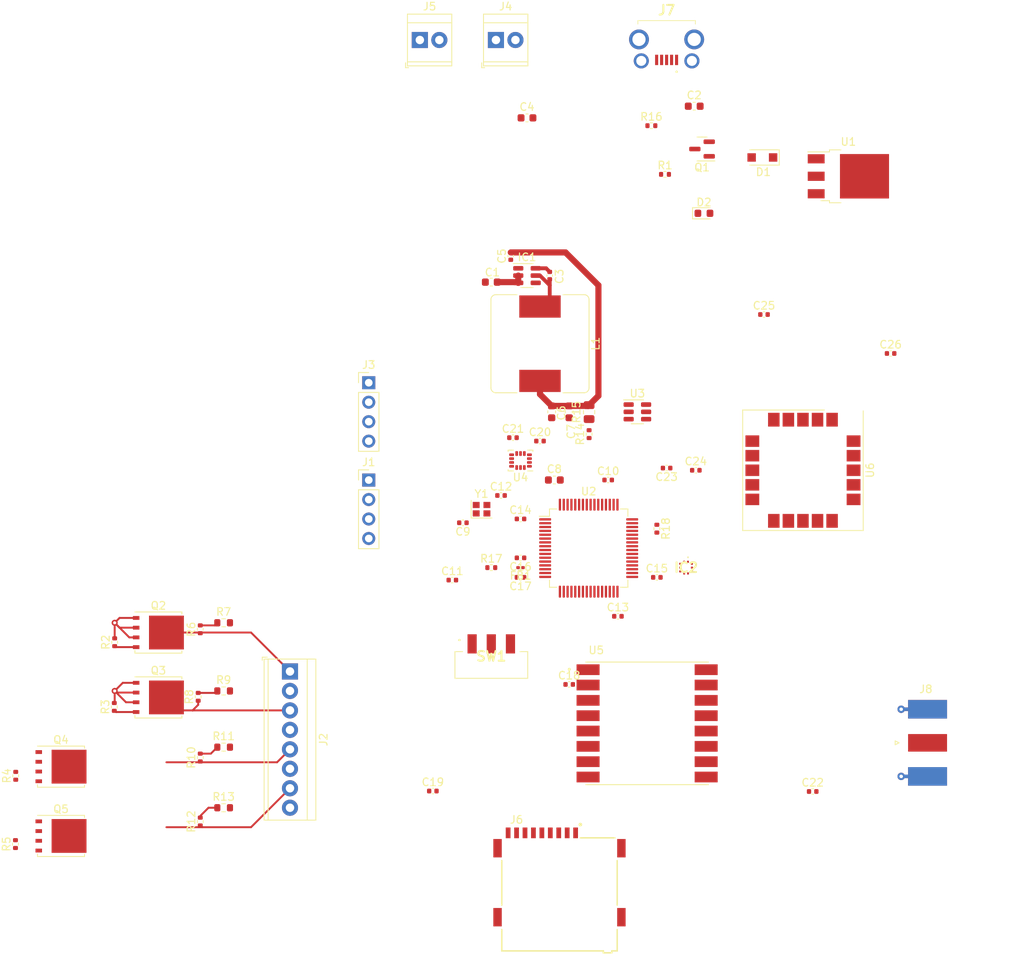
<source format=kicad_pcb>
(kicad_pcb (version 20211014) (generator pcbnew)
  (layers (0 "F.Cu" signal) (31 "B.Cu" power) (34 "B.Paste" user) (35 "F.Paste" user) (36 "B.SilkS" user "B.Silkscreen") (37 "F.SilkS" user "F.Silkscreen") (38 "B.Mask" user) (39 "F.Mask" user) (44 "Edge.Cuts" user))
  (net 0 "")
  (net 1 "ARM")
  (net 2 "GND")
  (net 3 "Net-(C2-Pad1)")
  (net 4 "Net-(C3-Pad1)")
  (net 5 "Net-(C3-Pad2)")
  (net 6 "+3.3V")
  (net 7 "Net-(C5-Pad1)")
  (net 8 "+5V")
  (net 9 "/HSE_OUT")
  (net 10 "/NRST")
  (net 11 "/HSE_IN")
  (net 12 "Net-(C16-Pad1)")
  (net 13 "VBUS")
  (net 14 "Net-(D2-Pad1)")
  (net 15 "SPI2_SCK")
  (net 16 "SPI2_MOSI")
  (net 17 "SPI2_MISO")
  (net 18 "SPI2_NSS")
  (net 20 "I2C3_SDA")
  (net 21 "I2C3_SCL")
  (net 22 "PYRO1_SW")
  (net 23 "PYRO2_SW")
  (net 24 "PYRO3_SW")
  (net 25 "PYRO4_SW")
  (net 26 "SWDIO")
  (net 27 "SWCLK")
  (net 28 "BATT")
  (net 29 "/USB_D-")
  (net 30 "/USB_D+")
  (net 32 "Net-(J8-Pad1)")
  (net 33 "PYRO1")
  (net 34 "PYRO2")
  (net 35 "PYRO3")
  (net 36 "PYRO4")
  (net 37 "PYRO1_DET")
  (net 38 "PYRO2_DET")
  (net 39 "PYRO3_DET")
  (net 40 "PYRO4_DET")
  (net 41 "Net-(R14-Pad2)")
  (net 42 "/SW_BOOT0")
  (net 43 "/BOOT0")
  (net 44 "USB_ESD_D+")
  (net 50 "SPI1_NSS")
  (net 51 "SPI1_SCK")
  (net 52 "SPI1_MISO")
  (net 53 "SPI1_MOSI")
  (net 54 "RF_RESET")
  (net 55 "I2C2_SCL")
  (net 56 "I2C2_SDA")
  (net 58 "SDMMC_DET")
  (net 59 "SDMMC_D0")
  (net 60 "SDMMC_D1")
  (net 64 "USB_ESD_D-")
  (net 66 "SDMMC_D2")
  (net 67 "SDMMC_D3")
  (net 68 "SDMMC_CLK")
  (net 69 "SDMMC_CMD")
  (net 73 "I2C1_SCL")
  (net 74 "I2C1_SDA")
  (footprint "Inductor_SMD:L_Bourns_SRR1260" (layer "F.Cu") (at 105.41 64.77 -90)
    (fp_text reference "L1")
    (fp_text value "6.8uH")
  )
  (footprint "Resistor_SMD:R_0402_1005Metric" (layer "F.Cu") (at 49.95 103.72 90)
    (fp_text reference "R2")
    (fp_text value "30.1k")
  )
  (footprint "Capacitor_SMD:C_0603_1608Metric" (layer "F.Cu") (at 103.715 35.305)
    (fp_text reference "C4")
    (fp_text value "10u")
  )
  (footprint "Resistor_SMD:R_0402_1005Metric" (layer "F.Cu") (at 121.71 42.673)
    (fp_text reference "R1")
    (fp_text value "30.1k")
  )
  (footprint "Capacitor_SMD:C_0402_1005Metric" (layer "F.Cu") (at 102.87 95.25 180)
    (fp_text reference "C17")
    (fp_text value "1u")
  )
  (footprint "Package_TO_SOT_SMD:TDSON-8-1" (layer "F.Cu") (at 42.95 119.95)
    (fp_text reference "Q4")
    (fp_text value "CSD17578Q5A")
  )
  (footprint "Capacitor_SMD:C_0402_1005Metric" (layer "F.Cu") (at 134.62 60.96)
    (fp_text reference "C25")
    (fp_text value "100n")
  )
  (footprint "Capacitor_SMD:C_0402_1005Metric" (layer "F.Cu") (at 91.44 123.13)
    (fp_text reference "C19")
    (fp_text value "100n")
  )
  (footprint "Resistor_SMD:R_0402_1005Metric" (layer "F.Cu") (at 61.11 127.11232 90)
    (fp_text reference "R12")
    (fp_text value "30.1k")
  )
  (footprint "Capacitor_SMD:C_0402_1005Metric" (layer "F.Cu") (at 100.33 84.57)
    (fp_text reference "C12")
    (fp_text value "10p")
  )
  (footprint "Capacitor_SMD:C_0402_1005Metric" (layer "F.Cu") (at 101.887016 77.03)
    (fp_text reference "C21")
    (fp_text value "100n")
  )
  (footprint "Package_QFP:LQFP-64_10x10mm_P0.5mm" (layer "F.Cu") (at 111.76 91.44)
    (fp_text reference "U2")
    (fp_text value "STM32L486RGT7")
  )
  (footprint "Resistor_SMD:R_0402_1005Metric" (layer "F.Cu") (at 61.11 102.03 90)
    (fp_text reference "R6")
    (fp_text value "30.1k")
  )
  (footprint "Package_TO_SOT_SMD:SOT-23" (layer "F.Cu") (at 126.54 39.37 180)
    (fp_text reference "Q1")
    (fp_text value "DMG2301L")
  )
  (footprint "Resistor_SMD:R_0603_1608Metric" (layer "F.Cu") (at 64.157258 110.07)
    (fp_text reference "R9")
    (fp_text value "60k")
  )
  (footprint "Package_TO_SOT_SMD:TO-252-3_TabPin2" (layer "F.Cu") (at 145.625 42.925)
    (fp_text reference "U1")
    (fp_text value "LD39150DT33")
  )
  (footprint "Capacitor_SMD:C_0402_1005Metric" (layer "F.Cu") (at 102.87 92.71 180)
    (fp_text reference "C16")
    (fp_text value "10n")
  )
  (footprint "TerminalBlock_TE-Connectivity:TerminalBlock_TE_282834-2_1x02_P2.54mm_Horizontal" (layer "F.Cu") (at 89.745 25.145)
    (fp_text reference "J5")
    (fp_text value "TB002-500-02BE")
  )
  (footprint "Connector_PinHeader_2.54mm:PinHeader_1x04_P2.54mm_Vertical" (layer "F.Cu") (at 83.08 82.56)
    (fp_text reference "J1")
    (fp_text value "PH1-04-UA")
  )
  (footprint "Resistor_SMD:R_0603_1608Metric" (layer "F.Cu") (at 64.157258 125.31)
    (fp_text reference "R13")
    (fp_text value "60k")
  )
  (footprint "Connector_Coaxial:SMA_Molex_73251-1153_EdgeMount_Horizontal" (layer "F.Cu") (at 154.23 116.84 180)
    (fp_text reference "J8")
    (fp_text value "0732511151")
  )
  (footprint "Capacitor_SMD:C_0603_1608Metric" (layer "F.Cu") (at 125.52 33.783)
    (fp_text reference "C2")
    (fp_text value "10u")
  )
  (footprint "RF_GPS:ublox_SAM-M8Q" (layer "F.Cu") (at 139.7 81.28 -90)
    (fp_text reference "U6")
    (fp_text value "SAM-M8Q-0-10")
  )
  (footprint "Package_TO_SOT_SMD:TDSON-8-1" (layer "F.Cu") (at 55.65 102.45)
    (fp_text reference "Q2")
    (fp_text value "CSD17578Q5A")
  )
  (footprint "Diode_SMD:D_SOD-123F" (layer "F.Cu") (at 134.41 40.47 180)
    (fp_text reference "D1")
    (fp_text value "MBR1020VL")
  )
  (footprint "Package_TO_SOT_SMD:SOT-23-6" (layer "F.Cu") (at 118.11 73.66)
    (fp_text reference "U3")
    (fp_text value "USBLC6-2SC6")
  )
  (footprint "Inductor_SMD:L_0201_0603Metric" (layer "F.Cu") (at 102.87 93.98 180)
    (fp_text reference "FB1")
    (fp_text value "120R")
  )
  (footprint "Io_Footprints:BMP390" (layer "F.Cu") (at 124.46 93.98)
    (fp_text reference "IC2")
    (fp_text value "BMP390" hide)
  )
  (footprint "Package_TO_SOT_SMD:TDSON-8-1" (layer "F.Cu") (at 55.65 110.916666)
    (fp_text reference "Q3")
    (fp_text value "CSD17578Q5A")
  )
  (footprint "Io_Footprints:MEM2075-00-140-01-A" (layer "F.Cu") (at 107.475 140.0075)
    (fp_text reference "J6")
    (fp_text value "MEM2075-00-140-01-A")
  )
  (footprint "Resistor_SMD:R_0402_1005Metric" (layer "F.Cu") (at 120.65 88.9 -90)
    (fp_text reference "R18")
    (fp_text value "1.5k")
  )
  (footprint "Capacitor_SMD:C_0402_1005Metric" (layer "F.Cu") (at 125.73 81.28)
    (fp_text reference "C24")
    (fp_text value "100n")
  )
  (footprint "Package_TO_SOT_SMD:TDSON-8-1" (layer "F.Cu") (at 42.95 128.989564)
    (fp_text reference "Q5")
    (fp_text value "CSD17578Q5A")
  )
  (footprint "Resistor_SMD:R_0402_1005Metric" (layer "F.Cu") (at 49.9 112.155327 90)
    (fp_text reference "R3")
    (fp_text value "30.1k")
  )
  (footprint "Package_TO_SOT_SMD:TSOT-23-6" (layer "F.Cu") (at 103.715 55.88)
    (fp_text reference "IC1")
    (fp_text value "AP63300WU-7")
  )
  (footprint "Resistor_SMD:R_0402_1005Metric" (layer "F.Cu") (at 37.014624 130.052039 90)
    (fp_text reference "R5")
    (fp_text value "30.1k")
  )
  (footprint "Resistor_SMD:R_0603_1608Metric" (layer "F.Cu") (at 64.157258 117.4075)
    (fp_text reference "R11")
    (fp_text value "60k")
  )
  (footprint "Capacitor_SMD:C_0402_1005Metric" (layer "F.Cu") (at 95.357836 88.13 180)
    (fp_text reference "C9")
    (fp_text value "10p")
  )
  (footprint "Capacitor_SMD:C_0402_1005Metric" (layer "F.Cu") (at 114.3 82.55)
    (fp_text reference "C10")
    (fp_text value "100n")
  )
  (footprint "Capacitor_SMD:C_0402_1005Metric" (layer "F.Cu") (at 121.92 80.991573 180)
    (fp_text reference "C23")
    (fp_text value "100n")
  )
  (footprint "Resistor_SMD:R_0402_1005Metric" (layer "F.Cu") (at 99.06 93.98)
    (fp_text reference "R17")
    (fp_text value "10k")
  )
  (footprint "Package_LGA:LGA-14_3x2.5mm_P0.5mm_LayoutBorder3x4y" (layer "F.Cu") (at 102.87 80.01 180)
    (fp_text reference "U4")
    (fp_text value "LSM6DSO32TR")
  )
  (footprint "Capacitor_SMD:C_0402_1005Metric" (layer "F.Cu") (at 120.65 95.25)
    (fp_text reference "C15")
    (fp_text value "100n")
  )
  (footprint "TerminalBlock_TE-Connectivity:TerminalBlock_TE_282834-8_1x08_P2.54mm_Horizontal" (layer "F.Cu") (at 72.81 107.53 -90)
    (fp_text reference "J2")
    (fp_text value "TB002-500-08BE")
  )
  (footprint "Capacitor_SMD:C_0603_1608Metric" (layer "F.Cu") (at 107.28058 82.55)
    (fp_text reference "C8")
    (fp_text value "10u")
  )
  (footprint "Capacitor_SMD:C_0402_1005Metric" (layer "F.Cu") (at 115.57 100.33)
    (fp_text reference "C13")
    (fp_text value "100n")
  )
  (footprint "Capacitor_SMD:C_0402_1005Metric" (layer "F.Cu") (at 102.87 87.63)
    (fp_text reference "C14")
    (fp_text value "100n")
  )
  (footprint "Io_Footprints:LSSM1240PVTR" (layer "F.Cu") (at 99.06 106.68)
    (fp_text reference "SW1")
    (fp_text value "LSSM12-40-P-V-T/R" hide)
  )
  (footprint "Resistor_SMD:R_0402_1005Metric" (layer "F.Cu") (at 37.049248 121.143618 90)
    (fp_text reference "R4")
    (fp_text value "30.1k")
  )
  (footprint "Io_Footprints:KMMXBSMT35SB30TR" (layer "F.Cu") (at 121.92 25.069 180)
    (fp_text reference "J7")
    (fp_text value "KMMX-BSMT35S-B30TR" hide)
  )
  (footprint "Io_Footprints:RFM95W-915S2" (layer "F.Cu") (at 119.38 114.3)
    (fp_text reference "U5")
    (fp_text value "RFM95W-915S2")
  )
  (footprint "Crystal:Crystal_SMD_2016-4Pin_2.0x1.6mm" (layer "F.Cu") (at 97.79 86.36)
    (fp_text reference "Y1")
    (fp_text value "ECS-400-10-37B2-CKM-TR")
  )
  (footprint "Resistor_SMD:R_0402_1005Metric" (layer "F.Cu") (at 60.84 110.8375 90)
    (fp_text reference "R8")
    (fp_text value "30.1k")
  )
  (footprint "Resistor_SMD:R_0603_1608Metric" (layer "F.Cu") (at 64.157258 101.18)
    (fp_text reference "R7")
    (fp_text value "60k")
  )
  (footprint "Capacitor_SMD:C_0402_1005Metric" (layer "F.Cu") (at 140.97 123.19)
    (fp_text reference "C22")
    (fp_text value "100n")
  )
  (footprint "LED_SMD:LED_0603_1608Metric" (layer "F.Cu") (at 126.79 47.753)
    (fp_text reference "D2")
    (fp_text value "LTST-C190KRKT")
  )
  (footprint "Capacitor_SMD:C_0402_1005Metric" (layer "F.Cu") (at 151.13 66.04)
    (fp_text reference "C26")
    (fp_text value "100n")
  )
  (footprint "Resistor_SMD:R_0402_1005Metric" (layer "F.Cu") (at 119.935 36.323)
    (fp_text reference "R16")
    (fp_text value "1.5k")
  )
  (footprint "Capacitor_SMD:C_0402_1005Metric" (layer "F.Cu") (at 105.41 77.47)
    (fp_text reference "C20")
    (fp_text value "100n")
  )
  (footprint "Capacitor_SMD:C_0603_1608Metric" (layer "F.Cu") (at 109.22 73.66 -90)
    (fp_text reference "C7")
    (fp_text value "22u")
  )
  (footprint "Capacitor_SMD:C_0402_1005Metric" (layer "F.Cu") (at 93.98 95.605)
    (fp_text reference "C11")
    (fp_text value "100n")
  )
  (footprint "Connector_PinHeader_2.54mm:PinHeader_1x04_P2.54mm_Vertical" (layer "F.Cu") (at 83.08 69.86)
    (fp_text reference "J3")
    (fp_text value "PH1-04-UA")
  )
  (footprint "Capacitor_SMD:C_0603_1608Metric" (layer "F.Cu") (at 106.935001 73.660001 -90)
    (fp_text reference "C6")
    (fp_text value "22u")
  )
  (footprint "Capacitor_SMD:C_0402_1005Metric" (layer "F.Cu") (at 101.6 53.34 90)
    (fp_text reference "C5")
    (fp_text value "47p")
  )
  (footprint "Resistor_SMD:R_0402_1005Metric" (layer "F.Cu") (at 111.813146 76.566821 90)
    (fp_text reference "R14")
    (fp_text value "30.1k")
  )
  (footprint "Capacitor_SMD:C_0603_1608Metric" (layer "F.Cu") (at 99.06 56.735 180)
    (fp_text reference "C1")
    (fp_text value "10u")
  )
  (footprint "TerminalBlock_TE-Connectivity:TerminalBlock_TE_282834-2_1x02_P2.54mm_Horizontal" (layer "F.Cu") (at 99.668 25.145)
    (fp_text reference "J4")
    (fp_text value "TB002-500-02BE")
  )
  (footprint "Resistor_SMD:R_0402_1005Metric" (layer "F.Cu") (at 61.11 118.76 90)
    (fp_text reference "R10")
    (fp_text value "30.1k")
  )
  (footprint "Capacitor_SMD:C_0402_1005Metric" (layer "F.Cu") (at 106.68 55.88 90)
    (fp_text reference "C3")
    (fp_text value "100n")
  )
  (footprint "Capacitor_SMD:C_0402_1005Metric" (layer "F.Cu") (at 109.22 109.22)
    (fp_text reference "C18")
    (fp_text value "1u")
  )
  (footprint "Resistor_SMD:R_0805_2012Metric" (layer "F.Cu") (at 111.813146 73.691821 90)
    (fp_text reference "R15")
    (fp_text value "158k")
  )
  (segment (start 102.4825 56.735) (end 102.5775 56.83) (width 0.8) (layer "F.Cu") (net 1))
  (segment (start 99.835 56.735) (end 102.4825 56.735) (width 0.8) (layer "F.Cu") (net 1))
  (segment (start 102.5775 55.88) (end 102.5775 56.83) (width 0.8) (layer "F.Cu") (net 1))
  (segment (start 49.95 111.595327) (end 49.9 111.645327) (width 0.25) (layer "F.Cu") (net 2))
  (segment (start 50.585 101.815) (end 52.75 101.815) (width 0.25) (layer "F.Cu") (net 2))
  (segment (start 49.95 110.07) (end 49.95 111.595327) (width 0.25) (layer "F.Cu") (net 2))
  (segment (start 49.95 101.18) (end 50.585 100.545) (width 0.25) (layer "F.Cu") (net 2))
  (segment (start 51.008334 109.011666) (end 52.75 109.011666) (width 0.25) (layer "F.Cu") (net 2))
  (segment (start 51.431666 111.551666) (end 52.75 111.551666) (width 0.25) (layer "F.Cu") (net 2))
  (segment (start 49.95 101.18) (end 50.585 101.815) (width 0.25) (layer "F.Cu") (net 2))
  (segment (start 50.585 100.545) (end 52.75 100.545) (width 0.25) (layer "F.Cu") (net 2))
  (segment (start 50.161666 110.281666) (end 52.75 110.281666) (width 0.25) (layer "F.Cu") (net 2))
  (segment (start 49.95 101.18) (end 51.855 103.085) (width 0.25) (layer "F.Cu") (net 2))
  (segment (start 49.95 110.07) (end 51.008334 109.011666) (width 0.25) (layer "F.Cu") (net 2))
  (segment (start 49.95 110.07) (end 51.431666 111.551666) (width 0.25) (layer "F.Cu") (net 2))
  (segment (start 49.95 110.07) (end 50.161666 110.281666) (width 0.25) (layer "F.Cu") (net 2))
  (segment (start 49.95 101.18) (end 49.95 103.21) (width 0.25) (layer "F.Cu") (net 2))
  (segment (start 51.855 103.085) (end 52.75 103.085) (width 0.25) (layer "F.Cu") (net 2))
  (via blind (at 49.95 110.07) (size 0.8) (drill 0.4) (layers "F.Cu" "In1.Cu") (net 2))
  (via blind (at 49.95 101.18) (size 0.8) (drill 0.4) (layers "F.Cu" "In1.Cu") (net 2))
  (segment (start 104.8525 55.88) (end 105.413528 55.88) (width 0.5) (layer "F.Cu") (net 4))
  (segment (start 106.68 57.146472) (end 106.68 58.42) (width 0.5) (layer "F.Cu") (net 4))
  (segment (start 106.68 57.146472) (end 106.68 56.36) (width 0.5) (layer "F.Cu") (net 4))
  (segment (start 105.413528 55.88) (end 106.68 57.146472) (width 0.5) (layer "F.Cu") (net 4))
  (segment (start 106.21 54.93) (end 106.68 55.4) (width 0.5) (layer "F.Cu") (net 5))
  (segment (start 104.8525 54.93) (end 106.21 54.93) (width 0.5) (layer "F.Cu") (net 5))
  (segment (start 111.813146 72.779321) (end 113.03 71.562467) (width 0.8) (layer "F.Cu") (net 8))
  (segment (start 113.03 71.562467) (end 113.03 57.15) (width 0.8) (layer "F.Cu") (net 8))
  (segment (start 105.41 71.36) (end 106.935001 72.885001) (width 0.8) (layer "F.Cu") (net 8))
  (segment (start 108.74 52.86) (end 101.6 52.86) (width 0.8) (layer "F.Cu") (net 8))
  (segment (start 113.03 57.15) (end 108.74 52.86) (width 0.8) (layer "F.Cu") (net 8))
  (segment (start 105.41 69.62) (end 105.41 71.36) (width 0.8) (layer "F.Cu") (net 8))
  (segment (start 106.935001 72.885001) (end 111.707466 72.885001) (width 0.8) (layer "F.Cu") (net 8))
  (segment (start 111.707466 72.885001) (end 111.813146 72.779321) (width 0.8) (layer "F.Cu") (net 8))
  (segment (start 56.7 102.45) (end 67.73 102.45) (width 0.25) (layer "F.Cu") (net 22))
  (segment (start 67.73 102.45) (end 72.81 107.53) (width 0.25) (layer "F.Cu") (net 22))
  (segment (start 60.84 111.88) (end 60.11 112.61) (width 0.25) (layer "F.Cu") (net 23))
  (segment (start 56.7 110.916666) (end 58.393334 112.61) (width 0.25) (layer "F.Cu") (net 23))
  (segment (start 58.393334 112.61) (end 60.11 112.61) (width 0.25) (layer "F.Cu") (net 23))
  (segment (start 60.84 111.3475) (end 60.84 111.88) (width 0.25) (layer "F.Cu") (net 23))
  (segment (start 60.11 112.61) (end 72.81 112.61) (width 0.25) (layer "F.Cu") (net 23))
  (segment (start 56.7 119.38) (end 71.12 119.38) (width 0.25) (layer "F.Cu") (net 24))
  (segment (start 71.12 119.38) (end 72.81 117.69) (width 0.25) (layer "F.Cu") (net 24))
  (segment (start 67.73 127.85) (end 72.81 122.77) (width 0.25) (layer "F.Cu") (net 25))
  (segment (start 61.38 127.85) (end 67.73 127.85) (width 0.25) (layer "F.Cu") (net 25))
  (segment (start 56.7 127.85) (end 61.38 127.85) (width 0.25) (layer "F.Cu") (net 25))
  (segment (start 50.075 104.355) (end 52.75 104.355) (width 0.25) (layer "F.Cu") (net 33))
  (segment (start 49.95 104.23) (end 50.075 104.355) (width 0.25) (layer "F.Cu") (net 33))
  (segment (start 49.9 112.665327) (end 49.9 112.66) (width 0.25) (layer "F.Cu") (net 34))
  (segment (start 50.161666 112.821666) (end 52.75 112.821666) (width 0.25) (layer "F.Cu") (net 34))
  (segment (start 49.9 112.66) (end 49.95 112.61) (width 0.25) (layer "F.Cu") (net 34))
  (segment (start 49.95 112.61) (end 50.161666 112.821666) (width 0.25) (layer "F.Cu") (net 34))
  (segment (start 61.11 101.52) (end 62.992258 101.52) (width 0.25) (layer "F.Cu") (net 37))
  (segment (start 62.992258 101.52) (end 63.332258 101.18) (width 0.25) (layer "F.Cu") (net 37))
  (segment (start 60.84 110.3275) (end 63.074758 110.3275) (width 0.25) (layer "F.Cu") (net 38))
  (segment (start 63.074758 110.3275) (end 63.332258 110.07) (width 0.25) (layer "F.Cu") (net 38))
  (segment (start 61.11 118.25) (end 62.489758 118.25) (width 0.25) (layer "F.Cu") (net 39))
  (segment (start 62.489758 118.25) (end 63.332258 117.4075) (width 0.25) (layer "F.Cu") (net 39))
  (segment (start 62.18 125.31) (end 63.332258 125.31) (width 0.25) (layer "F.Cu") (net 40))
  (segment (start 61.11 126.38) (end 62.18 125.31) (width 0.25) (layer "F.Cu") (net 40))
)
</source>
